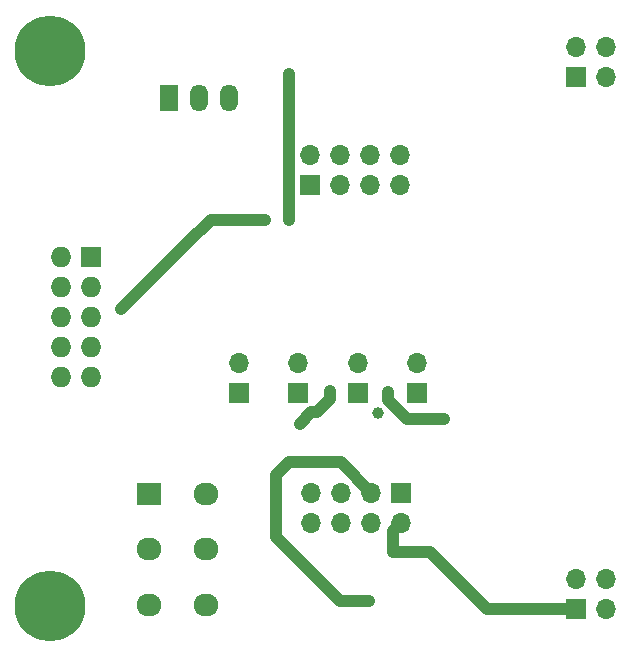
<source format=gbr>
G04 #@! TF.GenerationSoftware,KiCad,Pcbnew,(5.1.5-0-10_14)*
G04 #@! TF.CreationDate,2020-09-28T20:16:59+02:00*
G04 #@! TF.ProjectId,max_power,6d61785f-706f-4776-9572-2e6b69636164,rev?*
G04 #@! TF.SameCoordinates,Original*
G04 #@! TF.FileFunction,Copper,L2,Bot*
G04 #@! TF.FilePolarity,Positive*
%FSLAX46Y46*%
G04 Gerber Fmt 4.6, Leading zero omitted, Abs format (unit mm)*
G04 Created by KiCad (PCBNEW (5.1.5-0-10_14)) date 2020-09-28 20:16:59*
%MOMM*%
%LPD*%
G04 APERTURE LIST*
%ADD10R,2.100000X1.900000*%
%ADD11O,2.100000X1.900000*%
%ADD12C,0.800000*%
%ADD13C,6.000000*%
%ADD14R,1.727200X1.727200*%
%ADD15O,1.727200X1.727200*%
%ADD16R,1.700000X1.700000*%
%ADD17O,1.700000X1.700000*%
%ADD18R,1.500000X2.300000*%
%ADD19O,1.500000X2.300000*%
%ADD20C,1.000000*%
%ADD21C,1.000000*%
G04 APERTURE END LIST*
D10*
X45350000Y-76500000D03*
D11*
X50150000Y-76500000D03*
X45350000Y-81200000D03*
X50150000Y-81200000D03*
X45350000Y-85900000D03*
X50150000Y-85900000D03*
D12*
X38590990Y-37409010D03*
X37000000Y-36750000D03*
X35409010Y-37409010D03*
X34750000Y-39000000D03*
X35409010Y-40590990D03*
X37000000Y-41250000D03*
X38590990Y-40590990D03*
X39250000Y-39000000D03*
D13*
X37000000Y-39000000D03*
D12*
X38590990Y-84409010D03*
X37000000Y-83750000D03*
X35409010Y-84409010D03*
X34750000Y-86000000D03*
X35409010Y-87590990D03*
X37000000Y-88250000D03*
X38590990Y-87590990D03*
X39250000Y-86000000D03*
D13*
X37000000Y-86000000D03*
D14*
X40400000Y-56500000D03*
D15*
X37860000Y-56500000D03*
X40400000Y-59040000D03*
X37860000Y-59040000D03*
X40400000Y-61580000D03*
X37860000Y-61580000D03*
X40400000Y-64120000D03*
X37860000Y-64120000D03*
X40400000Y-66660000D03*
X37860000Y-66660000D03*
D16*
X68000000Y-68000000D03*
D17*
X68000000Y-65460000D03*
X63000000Y-65460000D03*
D16*
X63000000Y-68000000D03*
X58000000Y-68000000D03*
D17*
X58000000Y-65460000D03*
X53000000Y-65460000D03*
D16*
X53000000Y-68000000D03*
D17*
X84040000Y-38700000D03*
X81500000Y-38700000D03*
X84040000Y-41240000D03*
D16*
X81500000Y-41240000D03*
D17*
X66620000Y-47860000D03*
X66620000Y-50400000D03*
X64080000Y-47860000D03*
X64080000Y-50400000D03*
X61540000Y-47860000D03*
X61540000Y-50400000D03*
X59000000Y-47860000D03*
D16*
X59000000Y-50400000D03*
X66700000Y-76400000D03*
D17*
X66700000Y-78940000D03*
X64160000Y-76400000D03*
X64160000Y-78940000D03*
X61620000Y-76400000D03*
X61620000Y-78940000D03*
X59080000Y-76400000D03*
X59080000Y-78940000D03*
D16*
X81500000Y-86300000D03*
D17*
X84040000Y-86300000D03*
X81500000Y-83760000D03*
X84040000Y-83760000D03*
D18*
X47000000Y-43000000D03*
D19*
X49540000Y-43000000D03*
X52080000Y-43000000D03*
D20*
X64000000Y-85600000D03*
X64700000Y-69700000D03*
X43000000Y-60900000D03*
X65600000Y-67900000D03*
X55200000Y-53290000D03*
X60700000Y-67800000D03*
X58100000Y-70600000D03*
D12*
X70300000Y-70200000D03*
D20*
X57200000Y-41000000D03*
X57200000Y-53300000D03*
X66000000Y-81400000D03*
D21*
X56100000Y-80200000D02*
X56100000Y-74900000D01*
X56100000Y-74900000D02*
X57200000Y-73800000D01*
X61560000Y-73800000D02*
X64160000Y-76400000D01*
X57200000Y-73800000D02*
X61560000Y-73800000D01*
X61500000Y-85600000D02*
X56100000Y-80200000D01*
X64000000Y-85600000D02*
X61500000Y-85600000D01*
X48600000Y-55300000D02*
X43000000Y-60900000D01*
X58100000Y-70600000D02*
X59100000Y-69600000D01*
X60700000Y-68507106D02*
X60700000Y-67800000D01*
X59607106Y-69600000D02*
X60700000Y-68507106D01*
X59100000Y-69600000D02*
X59607106Y-69600000D01*
X68800000Y-70200000D02*
X70300000Y-70200000D01*
X67192894Y-70200000D02*
X68800000Y-70200000D01*
X65600000Y-68607106D02*
X67192894Y-70200000D01*
X65600000Y-67900000D02*
X65600000Y-68607106D01*
X50610000Y-53290000D02*
X48600000Y-55300000D01*
X55200000Y-53290000D02*
X50610000Y-53290000D01*
X57200000Y-51400000D02*
X57200000Y-53300000D01*
X57200000Y-41000000D02*
X57200000Y-51400000D01*
X74000000Y-86300000D02*
X81500000Y-86300000D01*
X69100000Y-81400000D02*
X74000000Y-86300000D01*
X66000000Y-81400000D02*
X69100000Y-81400000D01*
X66000000Y-79640000D02*
X66700000Y-78940000D01*
X66000000Y-81400000D02*
X66000000Y-79640000D01*
M02*

</source>
